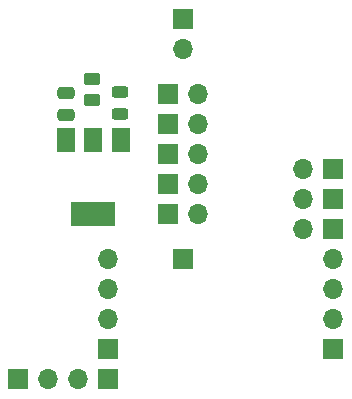
<source format=gbr>
G04 #@! TF.GenerationSoftware,KiCad,Pcbnew,(7.0.0)*
G04 #@! TF.CreationDate,2023-04-26T14:40:12+01:00*
G04 #@! TF.ProjectId,Tims_I2C_AI_DC_Motor_Driver 2P 2N,54696d73-5f49-4324-935f-41495f44435f,rev?*
G04 #@! TF.SameCoordinates,Original*
G04 #@! TF.FileFunction,Soldermask,Bot*
G04 #@! TF.FilePolarity,Negative*
%FSLAX46Y46*%
G04 Gerber Fmt 4.6, Leading zero omitted, Abs format (unit mm)*
G04 Created by KiCad (PCBNEW (7.0.0)) date 2023-04-26 14:40:12*
%MOMM*%
%LPD*%
G01*
G04 APERTURE LIST*
G04 Aperture macros list*
%AMRoundRect*
0 Rectangle with rounded corners*
0 $1 Rounding radius*
0 $2 $3 $4 $5 $6 $7 $8 $9 X,Y pos of 4 corners*
0 Add a 4 corners polygon primitive as box body*
4,1,4,$2,$3,$4,$5,$6,$7,$8,$9,$2,$3,0*
0 Add four circle primitives for the rounded corners*
1,1,$1+$1,$2,$3*
1,1,$1+$1,$4,$5*
1,1,$1+$1,$6,$7*
1,1,$1+$1,$8,$9*
0 Add four rect primitives between the rounded corners*
20,1,$1+$1,$2,$3,$4,$5,0*
20,1,$1+$1,$4,$5,$6,$7,0*
20,1,$1+$1,$6,$7,$8,$9,0*
20,1,$1+$1,$8,$9,$2,$3,0*%
G04 Aperture macros list end*
%ADD10R,1.700000X1.700000*%
%ADD11O,1.700000X1.700000*%
%ADD12R,1.500000X2.000000*%
%ADD13R,3.800000X2.000000*%
%ADD14RoundRect,0.243750X-0.456250X0.243750X-0.456250X-0.243750X0.456250X-0.243750X0.456250X0.243750X0*%
%ADD15RoundRect,0.250000X0.475000X-0.250000X0.475000X0.250000X-0.475000X0.250000X-0.475000X-0.250000X0*%
%ADD16RoundRect,0.250000X-0.450000X0.262500X-0.450000X-0.262500X0.450000X-0.262500X0.450000X0.262500X0*%
G04 APERTURE END LIST*
D10*
X147290999Y-107065999D03*
D11*
X149830999Y-107065999D03*
D10*
X147290999Y-99445999D03*
D11*
X149830999Y-99445999D03*
D10*
X161260999Y-108335999D03*
D11*
X158720999Y-108335999D03*
D10*
X161260999Y-105795999D03*
D11*
X158720999Y-105795999D03*
D10*
X147290999Y-109605999D03*
D11*
X149830999Y-109605999D03*
D10*
X148560999Y-113415999D03*
X148560999Y-93095999D03*
D11*
X148560999Y-95635999D03*
D10*
X147290999Y-104525999D03*
D11*
X149830999Y-104525999D03*
D10*
X147290999Y-101985999D03*
D11*
X149830999Y-101985999D03*
D10*
X161260999Y-110875999D03*
D11*
X158720999Y-110875999D03*
D12*
X138640999Y-103305999D03*
X140940999Y-103305999D03*
D13*
X140940999Y-109605999D03*
D12*
X143240999Y-103305999D03*
D10*
X142210999Y-121035999D03*
D11*
X142210999Y-118495999D03*
X142210999Y-115955999D03*
X142210999Y-113415999D03*
D10*
X142210999Y-123575999D03*
D11*
X139670999Y-123575999D03*
D10*
X134590999Y-123575999D03*
D11*
X137130999Y-123575999D03*
D14*
X143161000Y-99198500D03*
X143161000Y-101073500D03*
D15*
X138661000Y-101186000D03*
X138661000Y-99286000D03*
D10*
X161260999Y-121035999D03*
D11*
X161260999Y-118495999D03*
X161260999Y-115955999D03*
X161260999Y-113415999D03*
D16*
X140861000Y-98123500D03*
X140861000Y-99948500D03*
M02*

</source>
